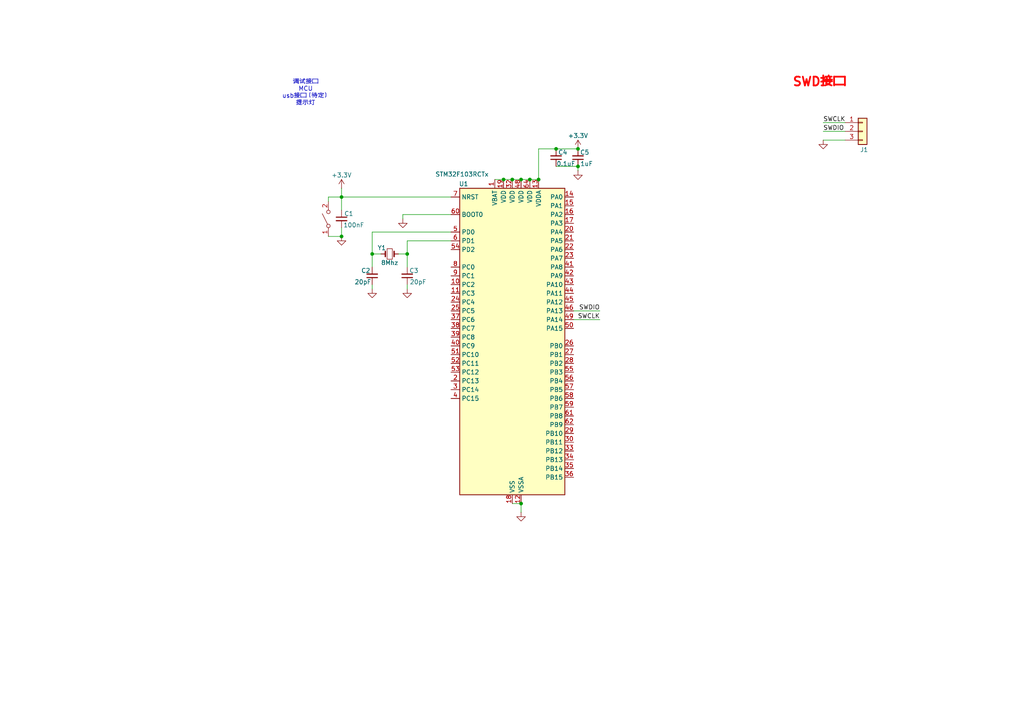
<source format=kicad_sch>
(kicad_sch
	(version 20231120)
	(generator "eeschema")
	(generator_version "8.0")
	(uuid "82097acf-e05e-4b5d-b5c3-aa1e4a7611fe")
	(paper "A4")
	(lib_symbols
		(symbol "Connector_Generic:Conn_01x03"
			(pin_names
				(offset 1.016) hide)
			(exclude_from_sim no)
			(in_bom yes)
			(on_board yes)
			(property "Reference" "J"
				(at 0 5.08 0)
				(effects
					(font
						(size 1.27 1.27)
					)
				)
			)
			(property "Value" "Conn_01x03"
				(at 0 -5.08 0)
				(effects
					(font
						(size 1.27 1.27)
					)
				)
			)
			(property "Footprint" ""
				(at 0 0 0)
				(effects
					(font
						(size 1.27 1.27)
					)
					(hide yes)
				)
			)
			(property "Datasheet" "~"
				(at 0 0 0)
				(effects
					(font
						(size 1.27 1.27)
					)
					(hide yes)
				)
			)
			(property "Description" "Generic connector, single row, 01x03, script generated (kicad-library-utils/schlib/autogen/connector/)"
				(at 0 0 0)
				(effects
					(font
						(size 1.27 1.27)
					)
					(hide yes)
				)
			)
			(property "ki_keywords" "connector"
				(at 0 0 0)
				(effects
					(font
						(size 1.27 1.27)
					)
					(hide yes)
				)
			)
			(property "ki_fp_filters" "Connector*:*_1x??_*"
				(at 0 0 0)
				(effects
					(font
						(size 1.27 1.27)
					)
					(hide yes)
				)
			)
			(symbol "Conn_01x03_1_1"
				(rectangle
					(start -1.27 -2.413)
					(end 0 -2.667)
					(stroke
						(width 0.1524)
						(type default)
					)
					(fill
						(type none)
					)
				)
				(rectangle
					(start -1.27 0.127)
					(end 0 -0.127)
					(stroke
						(width 0.1524)
						(type default)
					)
					(fill
						(type none)
					)
				)
				(rectangle
					(start -1.27 2.667)
					(end 0 2.413)
					(stroke
						(width 0.1524)
						(type default)
					)
					(fill
						(type none)
					)
				)
				(rectangle
					(start -1.27 3.81)
					(end 1.27 -3.81)
					(stroke
						(width 0.254)
						(type default)
					)
					(fill
						(type background)
					)
				)
				(pin passive line
					(at -5.08 2.54 0)
					(length 3.81)
					(name "Pin_1"
						(effects
							(font
								(size 1.27 1.27)
							)
						)
					)
					(number "1"
						(effects
							(font
								(size 1.27 1.27)
							)
						)
					)
				)
				(pin passive line
					(at -5.08 0 0)
					(length 3.81)
					(name "Pin_2"
						(effects
							(font
								(size 1.27 1.27)
							)
						)
					)
					(number "2"
						(effects
							(font
								(size 1.27 1.27)
							)
						)
					)
				)
				(pin passive line
					(at -5.08 -2.54 0)
					(length 3.81)
					(name "Pin_3"
						(effects
							(font
								(size 1.27 1.27)
							)
						)
					)
					(number "3"
						(effects
							(font
								(size 1.27 1.27)
							)
						)
					)
				)
			)
		)
		(symbol "Device:C_Small"
			(pin_numbers hide)
			(pin_names
				(offset 0.254) hide)
			(exclude_from_sim no)
			(in_bom yes)
			(on_board yes)
			(property "Reference" "C"
				(at 0.254 1.778 0)
				(effects
					(font
						(size 1.27 1.27)
					)
					(justify left)
				)
			)
			(property "Value" "C_Small"
				(at 0.254 -2.032 0)
				(effects
					(font
						(size 1.27 1.27)
					)
					(justify left)
				)
			)
			(property "Footprint" ""
				(at 0 0 0)
				(effects
					(font
						(size 1.27 1.27)
					)
					(hide yes)
				)
			)
			(property "Datasheet" "~"
				(at 0 0 0)
				(effects
					(font
						(size 1.27 1.27)
					)
					(hide yes)
				)
			)
			(property "Description" "Unpolarized capacitor, small symbol"
				(at 0 0 0)
				(effects
					(font
						(size 1.27 1.27)
					)
					(hide yes)
				)
			)
			(property "ki_keywords" "capacitor cap"
				(at 0 0 0)
				(effects
					(font
						(size 1.27 1.27)
					)
					(hide yes)
				)
			)
			(property "ki_fp_filters" "C_*"
				(at 0 0 0)
				(effects
					(font
						(size 1.27 1.27)
					)
					(hide yes)
				)
			)
			(symbol "C_Small_0_1"
				(polyline
					(pts
						(xy -1.524 -0.508) (xy 1.524 -0.508)
					)
					(stroke
						(width 0.3302)
						(type default)
					)
					(fill
						(type none)
					)
				)
				(polyline
					(pts
						(xy -1.524 0.508) (xy 1.524 0.508)
					)
					(stroke
						(width 0.3048)
						(type default)
					)
					(fill
						(type none)
					)
				)
			)
			(symbol "C_Small_1_1"
				(pin passive line
					(at 0 2.54 270)
					(length 2.032)
					(name "~"
						(effects
							(font
								(size 1.27 1.27)
							)
						)
					)
					(number "1"
						(effects
							(font
								(size 1.27 1.27)
							)
						)
					)
				)
				(pin passive line
					(at 0 -2.54 90)
					(length 2.032)
					(name "~"
						(effects
							(font
								(size 1.27 1.27)
							)
						)
					)
					(number "2"
						(effects
							(font
								(size 1.27 1.27)
							)
						)
					)
				)
			)
		)
		(symbol "Device:Crystal_Small"
			(pin_numbers hide)
			(pin_names
				(offset 1.016) hide)
			(exclude_from_sim no)
			(in_bom yes)
			(on_board yes)
			(property "Reference" "Y"
				(at 0 2.54 0)
				(effects
					(font
						(size 1.27 1.27)
					)
				)
			)
			(property "Value" "Crystal_Small"
				(at 0 -2.54 0)
				(effects
					(font
						(size 1.27 1.27)
					)
				)
			)
			(property "Footprint" ""
				(at 0 0 0)
				(effects
					(font
						(size 1.27 1.27)
					)
					(hide yes)
				)
			)
			(property "Datasheet" "~"
				(at 0 0 0)
				(effects
					(font
						(size 1.27 1.27)
					)
					(hide yes)
				)
			)
			(property "Description" "Two pin crystal, small symbol"
				(at 0 0 0)
				(effects
					(font
						(size 1.27 1.27)
					)
					(hide yes)
				)
			)
			(property "ki_keywords" "quartz ceramic resonator oscillator"
				(at 0 0 0)
				(effects
					(font
						(size 1.27 1.27)
					)
					(hide yes)
				)
			)
			(property "ki_fp_filters" "Crystal*"
				(at 0 0 0)
				(effects
					(font
						(size 1.27 1.27)
					)
					(hide yes)
				)
			)
			(symbol "Crystal_Small_0_1"
				(rectangle
					(start -0.762 -1.524)
					(end 0.762 1.524)
					(stroke
						(width 0)
						(type default)
					)
					(fill
						(type none)
					)
				)
				(polyline
					(pts
						(xy -1.27 -0.762) (xy -1.27 0.762)
					)
					(stroke
						(width 0.381)
						(type default)
					)
					(fill
						(type none)
					)
				)
				(polyline
					(pts
						(xy 1.27 -0.762) (xy 1.27 0.762)
					)
					(stroke
						(width 0.381)
						(type default)
					)
					(fill
						(type none)
					)
				)
			)
			(symbol "Crystal_Small_1_1"
				(pin passive line
					(at -2.54 0 0)
					(length 1.27)
					(name "1"
						(effects
							(font
								(size 1.27 1.27)
							)
						)
					)
					(number "1"
						(effects
							(font
								(size 1.27 1.27)
							)
						)
					)
				)
				(pin passive line
					(at 2.54 0 180)
					(length 1.27)
					(name "2"
						(effects
							(font
								(size 1.27 1.27)
							)
						)
					)
					(number "2"
						(effects
							(font
								(size 1.27 1.27)
							)
						)
					)
				)
			)
		)
		(symbol "MCU_ST_STM32F1:STM32F103RCTx"
			(exclude_from_sim no)
			(in_bom yes)
			(on_board yes)
			(property "Reference" "U"
				(at -15.24 46.99 0)
				(effects
					(font
						(size 1.27 1.27)
					)
					(justify left)
				)
			)
			(property "Value" "STM32F103RCTx"
				(at 10.16 46.99 0)
				(effects
					(font
						(size 1.27 1.27)
					)
					(justify left)
				)
			)
			(property "Footprint" "Package_QFP:LQFP-64_10x10mm_P0.5mm"
				(at -15.24 -43.18 0)
				(effects
					(font
						(size 1.27 1.27)
					)
					(justify right)
					(hide yes)
				)
			)
			(property "Datasheet" "https://www.st.com/resource/en/datasheet/stm32f103rc.pdf"
				(at 0 0 0)
				(effects
					(font
						(size 1.27 1.27)
					)
					(hide yes)
				)
			)
			(property "Description" "STMicroelectronics Arm Cortex-M3 MCU, 256KB flash, 48KB RAM, 72 MHz, 2.0-3.6V, 51 GPIO, LQFP64"
				(at 0 0 0)
				(effects
					(font
						(size 1.27 1.27)
					)
					(hide yes)
				)
			)
			(property "ki_locked" ""
				(at 0 0 0)
				(effects
					(font
						(size 1.27 1.27)
					)
				)
			)
			(property "ki_keywords" "Arm Cortex-M3 STM32F1 STM32F103"
				(at 0 0 0)
				(effects
					(font
						(size 1.27 1.27)
					)
					(hide yes)
				)
			)
			(property "ki_fp_filters" "LQFP*10x10mm*P0.5mm*"
				(at 0 0 0)
				(effects
					(font
						(size 1.27 1.27)
					)
					(hide yes)
				)
			)
			(symbol "STM32F103RCTx_0_1"
				(rectangle
					(start -15.24 -43.18)
					(end 15.24 45.72)
					(stroke
						(width 0.254)
						(type default)
					)
					(fill
						(type background)
					)
				)
			)
			(symbol "STM32F103RCTx_1_1"
				(pin power_in line
					(at -5.08 48.26 270)
					(length 2.54)
					(name "VBAT"
						(effects
							(font
								(size 1.27 1.27)
							)
						)
					)
					(number "1"
						(effects
							(font
								(size 1.27 1.27)
							)
						)
					)
				)
				(pin bidirectional line
					(at -17.78 17.78 0)
					(length 2.54)
					(name "PC2"
						(effects
							(font
								(size 1.27 1.27)
							)
						)
					)
					(number "10"
						(effects
							(font
								(size 1.27 1.27)
							)
						)
					)
					(alternate "ADC1_IN12" bidirectional line)
					(alternate "ADC2_IN12" bidirectional line)
					(alternate "ADC3_IN12" bidirectional line)
				)
				(pin bidirectional line
					(at -17.78 15.24 0)
					(length 2.54)
					(name "PC3"
						(effects
							(font
								(size 1.27 1.27)
							)
						)
					)
					(number "11"
						(effects
							(font
								(size 1.27 1.27)
							)
						)
					)
					(alternate "ADC1_IN13" bidirectional line)
					(alternate "ADC2_IN13" bidirectional line)
					(alternate "ADC3_IN13" bidirectional line)
				)
				(pin power_in line
					(at 2.54 -45.72 90)
					(length 2.54)
					(name "VSSA"
						(effects
							(font
								(size 1.27 1.27)
							)
						)
					)
					(number "12"
						(effects
							(font
								(size 1.27 1.27)
							)
						)
					)
				)
				(pin power_in line
					(at 7.62 48.26 270)
					(length 2.54)
					(name "VDDA"
						(effects
							(font
								(size 1.27 1.27)
							)
						)
					)
					(number "13"
						(effects
							(font
								(size 1.27 1.27)
							)
						)
					)
				)
				(pin bidirectional line
					(at 17.78 43.18 180)
					(length 2.54)
					(name "PA0"
						(effects
							(font
								(size 1.27 1.27)
							)
						)
					)
					(number "14"
						(effects
							(font
								(size 1.27 1.27)
							)
						)
					)
					(alternate "ADC1_IN0" bidirectional line)
					(alternate "ADC2_IN0" bidirectional line)
					(alternate "ADC3_IN0" bidirectional line)
					(alternate "SYS_WKUP" bidirectional line)
					(alternate "TIM2_CH1" bidirectional line)
					(alternate "TIM2_ETR" bidirectional line)
					(alternate "TIM5_CH1" bidirectional line)
					(alternate "TIM8_ETR" bidirectional line)
					(alternate "USART2_CTS" bidirectional line)
				)
				(pin bidirectional line
					(at 17.78 40.64 180)
					(length 2.54)
					(name "PA1"
						(effects
							(font
								(size 1.27 1.27)
							)
						)
					)
					(number "15"
						(effects
							(font
								(size 1.27 1.27)
							)
						)
					)
					(alternate "ADC1_IN1" bidirectional line)
					(alternate "ADC2_IN1" bidirectional line)
					(alternate "ADC3_IN1" bidirectional line)
					(alternate "TIM2_CH2" bidirectional line)
					(alternate "TIM5_CH2" bidirectional line)
					(alternate "USART2_RTS" bidirectional line)
				)
				(pin bidirectional line
					(at 17.78 38.1 180)
					(length 2.54)
					(name "PA2"
						(effects
							(font
								(size 1.27 1.27)
							)
						)
					)
					(number "16"
						(effects
							(font
								(size 1.27 1.27)
							)
						)
					)
					(alternate "ADC1_IN2" bidirectional line)
					(alternate "ADC2_IN2" bidirectional line)
					(alternate "ADC3_IN2" bidirectional line)
					(alternate "TIM2_CH3" bidirectional line)
					(alternate "TIM5_CH3" bidirectional line)
					(alternate "USART2_TX" bidirectional line)
				)
				(pin bidirectional line
					(at 17.78 35.56 180)
					(length 2.54)
					(name "PA3"
						(effects
							(font
								(size 1.27 1.27)
							)
						)
					)
					(number "17"
						(effects
							(font
								(size 1.27 1.27)
							)
						)
					)
					(alternate "ADC1_IN3" bidirectional line)
					(alternate "ADC2_IN3" bidirectional line)
					(alternate "ADC3_IN3" bidirectional line)
					(alternate "TIM2_CH4" bidirectional line)
					(alternate "TIM5_CH4" bidirectional line)
					(alternate "USART2_RX" bidirectional line)
				)
				(pin power_in line
					(at 0 -45.72 90)
					(length 2.54)
					(name "VSS"
						(effects
							(font
								(size 1.27 1.27)
							)
						)
					)
					(number "18"
						(effects
							(font
								(size 1.27 1.27)
							)
						)
					)
				)
				(pin power_in line
					(at -2.54 48.26 270)
					(length 2.54)
					(name "VDD"
						(effects
							(font
								(size 1.27 1.27)
							)
						)
					)
					(number "19"
						(effects
							(font
								(size 1.27 1.27)
							)
						)
					)
				)
				(pin bidirectional line
					(at -17.78 -10.16 0)
					(length 2.54)
					(name "PC13"
						(effects
							(font
								(size 1.27 1.27)
							)
						)
					)
					(number "2"
						(effects
							(font
								(size 1.27 1.27)
							)
						)
					)
					(alternate "RTC_OUT" bidirectional line)
					(alternate "RTC_TAMPER" bidirectional line)
				)
				(pin bidirectional line
					(at 17.78 33.02 180)
					(length 2.54)
					(name "PA4"
						(effects
							(font
								(size 1.27 1.27)
							)
						)
					)
					(number "20"
						(effects
							(font
								(size 1.27 1.27)
							)
						)
					)
					(alternate "ADC1_IN4" bidirectional line)
					(alternate "ADC2_IN4" bidirectional line)
					(alternate "DAC_OUT1" bidirectional line)
					(alternate "SPI1_NSS" bidirectional line)
					(alternate "USART2_CK" bidirectional line)
				)
				(pin bidirectional line
					(at 17.78 30.48 180)
					(length 2.54)
					(name "PA5"
						(effects
							(font
								(size 1.27 1.27)
							)
						)
					)
					(number "21"
						(effects
							(font
								(size 1.27 1.27)
							)
						)
					)
					(alternate "ADC1_IN5" bidirectional line)
					(alternate "ADC2_IN5" bidirectional line)
					(alternate "DAC_OUT2" bidirectional line)
					(alternate "SPI1_SCK" bidirectional line)
				)
				(pin bidirectional line
					(at 17.78 27.94 180)
					(length 2.54)
					(name "PA6"
						(effects
							(font
								(size 1.27 1.27)
							)
						)
					)
					(number "22"
						(effects
							(font
								(size 1.27 1.27)
							)
						)
					)
					(alternate "ADC1_IN6" bidirectional line)
					(alternate "ADC2_IN6" bidirectional line)
					(alternate "SPI1_MISO" bidirectional line)
					(alternate "TIM1_BKIN" bidirectional line)
					(alternate "TIM3_CH1" bidirectional line)
					(alternate "TIM8_BKIN" bidirectional line)
				)
				(pin bidirectional line
					(at 17.78 25.4 180)
					(length 2.54)
					(name "PA7"
						(effects
							(font
								(size 1.27 1.27)
							)
						)
					)
					(number "23"
						(effects
							(font
								(size 1.27 1.27)
							)
						)
					)
					(alternate "ADC1_IN7" bidirectional line)
					(alternate "ADC2_IN7" bidirectional line)
					(alternate "SPI1_MOSI" bidirectional line)
					(alternate "TIM1_CH1N" bidirectional line)
					(alternate "TIM3_CH2" bidirectional line)
					(alternate "TIM8_CH1N" bidirectional line)
				)
				(pin bidirectional line
					(at -17.78 12.7 0)
					(length 2.54)
					(name "PC4"
						(effects
							(font
								(size 1.27 1.27)
							)
						)
					)
					(number "24"
						(effects
							(font
								(size 1.27 1.27)
							)
						)
					)
					(alternate "ADC1_IN14" bidirectional line)
					(alternate "ADC2_IN14" bidirectional line)
				)
				(pin bidirectional line
					(at -17.78 10.16 0)
					(length 2.54)
					(name "PC5"
						(effects
							(font
								(size 1.27 1.27)
							)
						)
					)
					(number "25"
						(effects
							(font
								(size 1.27 1.27)
							)
						)
					)
					(alternate "ADC1_IN15" bidirectional line)
					(alternate "ADC2_IN15" bidirectional line)
				)
				(pin bidirectional line
					(at 17.78 0 180)
					(length 2.54)
					(name "PB0"
						(effects
							(font
								(size 1.27 1.27)
							)
						)
					)
					(number "26"
						(effects
							(font
								(size 1.27 1.27)
							)
						)
					)
					(alternate "ADC1_IN8" bidirectional line)
					(alternate "ADC2_IN8" bidirectional line)
					(alternate "TIM1_CH2N" bidirectional line)
					(alternate "TIM3_CH3" bidirectional line)
					(alternate "TIM8_CH2N" bidirectional line)
				)
				(pin bidirectional line
					(at 17.78 -2.54 180)
					(length 2.54)
					(name "PB1"
						(effects
							(font
								(size 1.27 1.27)
							)
						)
					)
					(number "27"
						(effects
							(font
								(size 1.27 1.27)
							)
						)
					)
					(alternate "ADC1_IN9" bidirectional line)
					(alternate "ADC2_IN9" bidirectional line)
					(alternate "TIM1_CH3N" bidirectional line)
					(alternate "TIM3_CH4" bidirectional line)
					(alternate "TIM8_CH3N" bidirectional line)
				)
				(pin bidirectional line
					(at 17.78 -5.08 180)
					(length 2.54)
					(name "PB2"
						(effects
							(font
								(size 1.27 1.27)
							)
						)
					)
					(number "28"
						(effects
							(font
								(size 1.27 1.27)
							)
						)
					)
				)
				(pin bidirectional line
					(at 17.78 -25.4 180)
					(length 2.54)
					(name "PB10"
						(effects
							(font
								(size 1.27 1.27)
							)
						)
					)
					(number "29"
						(effects
							(font
								(size 1.27 1.27)
							)
						)
					)
					(alternate "I2C2_SCL" bidirectional line)
					(alternate "TIM2_CH3" bidirectional line)
					(alternate "USART3_TX" bidirectional line)
				)
				(pin bidirectional line
					(at -17.78 -12.7 0)
					(length 2.54)
					(name "PC14"
						(effects
							(font
								(size 1.27 1.27)
							)
						)
					)
					(number "3"
						(effects
							(font
								(size 1.27 1.27)
							)
						)
					)
					(alternate "RCC_OSC32_IN" bidirectional line)
				)
				(pin bidirectional line
					(at 17.78 -27.94 180)
					(length 2.54)
					(name "PB11"
						(effects
							(font
								(size 1.27 1.27)
							)
						)
					)
					(number "30"
						(effects
							(font
								(size 1.27 1.27)
							)
						)
					)
					(alternate "ADC1_EXTI11" bidirectional line)
					(alternate "ADC2_EXTI11" bidirectional line)
					(alternate "I2C2_SDA" bidirectional line)
					(alternate "TIM2_CH4" bidirectional line)
					(alternate "USART3_RX" bidirectional line)
				)
				(pin passive line
					(at 0 -45.72 90)
					(length 2.54) hide
					(name "VSS"
						(effects
							(font
								(size 1.27 1.27)
							)
						)
					)
					(number "31"
						(effects
							(font
								(size 1.27 1.27)
							)
						)
					)
				)
				(pin power_in line
					(at 0 48.26 270)
					(length 2.54)
					(name "VDD"
						(effects
							(font
								(size 1.27 1.27)
							)
						)
					)
					(number "32"
						(effects
							(font
								(size 1.27 1.27)
							)
						)
					)
				)
				(pin bidirectional line
					(at 17.78 -30.48 180)
					(length 2.54)
					(name "PB12"
						(effects
							(font
								(size 1.27 1.27)
							)
						)
					)
					(number "33"
						(effects
							(font
								(size 1.27 1.27)
							)
						)
					)
					(alternate "I2C2_SMBA" bidirectional line)
					(alternate "I2S2_WS" bidirectional line)
					(alternate "SPI2_NSS" bidirectional line)
					(alternate "TIM1_BKIN" bidirectional line)
					(alternate "USART3_CK" bidirectional line)
				)
				(pin bidirectional line
					(at 17.78 -33.02 180)
					(length 2.54)
					(name "PB13"
						(effects
							(font
								(size 1.27 1.27)
							)
						)
					)
					(number "34"
						(effects
							(font
								(size 1.27 1.27)
							)
						)
					)
					(alternate "I2S2_CK" bidirectional line)
					(alternate "SPI2_SCK" bidirectional line)
					(alternate "TIM1_CH1N" bidirectional line)
					(alternate "USART3_CTS" bidirectional line)
				)
				(pin bidirectional line
					(at 17.78 -35.56 180)
					(length 2.54)
					(name "PB14"
						(effects
							(font
								(size 1.27 1.27)
							)
						)
					)
					(number "35"
						(effects
							(font
								(size 1.27 1.27)
							)
						)
					)
					(alternate "SPI2_MISO" bidirectional line)
					(alternate "TIM1_CH2N" bidirectional line)
					(alternate "USART3_RTS" bidirectional line)
				)
				(pin bidirectional line
					(at 17.78 -38.1 180)
					(length 2.54)
					(name "PB15"
						(effects
							(font
								(size 1.27 1.27)
							)
						)
					)
					(number "36"
						(effects
							(font
								(size 1.27 1.27)
							)
						)
					)
					(alternate "ADC1_EXTI15" bidirectional line)
					(alternate "ADC2_EXTI15" bidirectional line)
					(alternate "I2S2_SD" bidirectional line)
					(alternate "SPI2_MOSI" bidirectional line)
					(alternate "TIM1_CH3N" bidirectional line)
				)
				(pin bidirectional line
					(at -17.78 7.62 0)
					(length 2.54)
					(name "PC6"
						(effects
							(font
								(size 1.27 1.27)
							)
						)
					)
					(number "37"
						(effects
							(font
								(size 1.27 1.27)
							)
						)
					)
					(alternate "I2S2_MCK" bidirectional line)
					(alternate "SDIO_D6" bidirectional line)
					(alternate "TIM3_CH1" bidirectional line)
					(alternate "TIM8_CH1" bidirectional line)
				)
				(pin bidirectional line
					(at -17.78 5.08 0)
					(length 2.54)
					(name "PC7"
						(effects
							(font
								(size 1.27 1.27)
							)
						)
					)
					(number "38"
						(effects
							(font
								(size 1.27 1.27)
							)
						)
					)
					(alternate "I2S3_MCK" bidirectional line)
					(alternate "SDIO_D7" bidirectional line)
					(alternate "TIM3_CH2" bidirectional line)
					(alternate "TIM8_CH2" bidirectional line)
				)
				(pin bidirectional line
					(at -17.78 2.54 0)
					(length 2.54)
					(name "PC8"
						(effects
							(font
								(size 1.27 1.27)
							)
						)
					)
					(number "39"
						(effects
							(font
								(size 1.27 1.27)
							)
						)
					)
					(alternate "SDIO_D0" bidirectional line)
					(alternate "TIM3_CH3" bidirectional line)
					(alternate "TIM8_CH3" bidirectional line)
				)
				(pin bidirectional line
					(at -17.78 -15.24 0)
					(length 2.54)
					(name "PC15"
						(effects
							(font
								(size 1.27 1.27)
							)
						)
					)
					(number "4"
						(effects
							(font
								(size 1.27 1.27)
							)
						)
					)
					(alternate "ADC1_EXTI15" bidirectional line)
					(alternate "ADC2_EXTI15" bidirectional line)
					(alternate "RCC_OSC32_OUT" bidirectional line)
				)
				(pin bidirectional line
					(at -17.78 0 0)
					(length 2.54)
					(name "PC9"
						(effects
							(font
								(size 1.27 1.27)
							)
						)
					)
					(number "40"
						(effects
							(font
								(size 1.27 1.27)
							)
						)
					)
					(alternate "DAC_EXTI9" bidirectional line)
					(alternate "SDIO_D1" bidirectional line)
					(alternate "TIM3_CH4" bidirectional line)
					(alternate "TIM8_CH4" bidirectional line)
				)
				(pin bidirectional line
					(at 17.78 22.86 180)
					(length 2.54)
					(name "PA8"
						(effects
							(font
								(size 1.27 1.27)
							)
						)
					)
					(number "41"
						(effects
							(font
								(size 1.27 1.27)
							)
						)
					)
					(alternate "RCC_MCO" bidirectional line)
					(alternate "TIM1_CH1" bidirectional line)
					(alternate "USART1_CK" bidirectional line)
				)
				(pin bidirectional line
					(at 17.78 20.32 180)
					(length 2.54)
					(name "PA9"
						(effects
							(font
								(size 1.27 1.27)
							)
						)
					)
					(number "42"
						(effects
							(font
								(size 1.27 1.27)
							)
						)
					)
					(alternate "DAC_EXTI9" bidirectional line)
					(alternate "TIM1_CH2" bidirectional line)
					(alternate "USART1_TX" bidirectional line)
				)
				(pin bidirectional line
					(at 17.78 17.78 180)
					(length 2.54)
					(name "PA10"
						(effects
							(font
								(size 1.27 1.27)
							)
						)
					)
					(number "43"
						(effects
							(font
								(size 1.27 1.27)
							)
						)
					)
					(alternate "TIM1_CH3" bidirectional line)
					(alternate "USART1_RX" bidirectional line)
				)
				(pin bidirectional line
					(at 17.78 15.24 180)
					(length 2.54)
					(name "PA11"
						(effects
							(font
								(size 1.27 1.27)
							)
						)
					)
					(number "44"
						(effects
							(font
								(size 1.27 1.27)
							)
						)
					)
					(alternate "ADC1_EXTI11" bidirectional line)
					(alternate "ADC2_EXTI11" bidirectional line)
					(alternate "CAN_RX" bidirectional line)
					(alternate "TIM1_CH4" bidirectional line)
					(alternate "USART1_CTS" bidirectional line)
					(alternate "USB_DM" bidirectional line)
				)
				(pin bidirectional line
					(at 17.78 12.7 180)
					(length 2.54)
					(name "PA12"
						(effects
							(font
								(size 1.27 1.27)
							)
						)
					)
					(number "45"
						(effects
							(font
								(size 1.27 1.27)
							)
						)
					)
					(alternate "CAN_TX" bidirectional line)
					(alternate "TIM1_ETR" bidirectional line)
					(alternate "USART1_RTS" bidirectional line)
					(alternate "USB_DP" bidirectional line)
				)
				(pin bidirectional line
					(at 17.78 10.16 180)
					(length 2.54)
					(name "PA13"
						(effects
							(font
								(size 1.27 1.27)
							)
						)
					)
					(number "46"
						(effects
							(font
								(size 1.27 1.27)
							)
						)
					)
					(alternate "SYS_JTMS-SWDIO" bidirectional line)
				)
				(pin passive line
					(at 0 -45.72 90)
					(length 2.54) hide
					(name "VSS"
						(effects
							(font
								(size 1.27 1.27)
							)
						)
					)
					(number "47"
						(effects
							(font
								(size 1.27 1.27)
							)
						)
					)
				)
				(pin power_in line
					(at 2.54 48.26 270)
					(length 2.54)
					(name "VDD"
						(effects
							(font
								(size 1.27 1.27)
							)
						)
					)
					(number "48"
						(effects
							(font
								(size 1.27 1.27)
							)
						)
					)
				)
				(pin bidirectional line
					(at 17.78 7.62 180)
					(length 2.54)
					(name "PA14"
						(effects
							(font
								(size 1.27 1.27)
							)
						)
					)
					(number "49"
						(effects
							(font
								(size 1.27 1.27)
							)
						)
					)
					(alternate "SYS_JTCK-SWCLK" bidirectional line)
				)
				(pin bidirectional line
					(at -17.78 33.02 0)
					(length 2.54)
					(name "PD0"
						(effects
							(font
								(size 1.27 1.27)
							)
						)
					)
					(number "5"
						(effects
							(font
								(size 1.27 1.27)
							)
						)
					)
					(alternate "RCC_OSC_IN" bidirectional line)
				)
				(pin bidirectional line
					(at 17.78 5.08 180)
					(length 2.54)
					(name "PA15"
						(effects
							(font
								(size 1.27 1.27)
							)
						)
					)
					(number "50"
						(effects
							(font
								(size 1.27 1.27)
							)
						)
					)
					(alternate "ADC1_EXTI15" bidirectional line)
					(alternate "ADC2_EXTI15" bidirectional line)
					(alternate "I2S3_WS" bidirectional line)
					(alternate "SPI1_NSS" bidirectional line)
					(alternate "SPI3_NSS" bidirectional line)
					(alternate "SYS_JTDI" bidirectional line)
					(alternate "TIM2_CH1" bidirectional line)
					(alternate "TIM2_ETR" bidirectional line)
				)
				(pin bidirectional line
					(at -17.78 -2.54 0)
					(length 2.54)
					(name "PC10"
						(effects
							(font
								(size 1.27 1.27)
							)
						)
					)
					(number "51"
						(effects
							(font
								(size 1.27 1.27)
							)
						)
					)
					(alternate "SDIO_D2" bidirectional line)
					(alternate "UART4_TX" bidirectional line)
					(alternate "USART3_TX" bidirectional line)
				)
				(pin bidirectional line
					(at -17.78 -5.08 0)
					(length 2.54)
					(name "PC11"
						(effects
							(font
								(size 1.27 1.27)
							)
						)
					)
					(number "52"
						(effects
							(font
								(size 1.27 1.27)
							)
						)
					)
					(alternate "ADC1_EXTI11" bidirectional line)
					(alternate "ADC2_EXTI11" bidirectional line)
					(alternate "SDIO_D3" bidirectional line)
					(alternate "UART4_RX" bidirectional line)
					(alternate "USART3_RX" bidirectional line)
				)
				(pin bidirectional line
					(at -17.78 -7.62 0)
					(length 2.54)
					(name "PC12"
						(effects
							(font
								(size 1.27 1.27)
							)
						)
					)
					(number "53"
						(effects
							(font
								(size 1.27 1.27)
							)
						)
					)
					(alternate "SDIO_CK" bidirectional line)
					(alternate "UART5_TX" bidirectional line)
					(alternate "USART3_CK" bidirectional line)
				)
				(pin bidirectional line
					(at -17.78 27.94 0)
					(length 2.54)
					(name "PD2"
						(effects
							(font
								(size 1.27 1.27)
							)
						)
					)
					(number "54"
						(effects
							(font
								(size 1.27 1.27)
							)
						)
					)
					(alternate "SDIO_CMD" bidirectional line)
					(alternate "TIM3_ETR" bidirectional line)
					(alternate "UART5_RX" bidirectional line)
				)
				(pin bidirectional line
					(at 17.78 -7.62 180)
					(length 2.54)
					(name "PB3"
						(effects
							(font
								(size 1.27 1.27)
							)
						)
					)
					(number "55"
						(effects
							(font
								(size 1.27 1.27)
							)
						)
					)
					(alternate "I2S3_CK" bidirectional line)
					(alternate "SPI1_SCK" bidirectional line)
					(alternate "SPI3_SCK" bidirectional line)
					(alternate "SYS_JTDO-TRACESWO" bidirectional line)
					(alternate "TIM2_CH2" bidirectional line)
				)
				(pin bidirectional line
					(at 17.78 -10.16 180)
					(length 2.54)
					(name "PB4"
						(effects
							(font
								(size 1.27 1.27)
							)
						)
					)
					(number "56"
						(effects
							(font
								(size 1.27 1.27)
							)
						)
					)
					(alternate "SPI1_MISO" bidirectional line)
					(alternate "SPI3_MISO" bidirectional line)
					(alternate "SYS_NJTRST" bidirectional line)
					(alternate "TIM3_CH1" bidirectional line)
				)
				(pin bidirectional line
					(at 17.78 -12.7 180)
					(length 2.54)
					(name "PB5"
						(effects
							(font
								(size 1.27 1.27)
							)
						)
					)
					(number "57"
						(effects
							(font
								(size 1.27 1.27)
							)
						)
					)
					(alternate "I2C1_SMBA" bidirectional line)
					(alternate "I2S3_SD" bidirectional line)
					(alternate "SPI1_MOSI" bidirectional line)
					(alternate "SPI3_MOSI" bidirectional line)
					(alternate "TIM3_CH2" bidirectional line)
				)
				(pin bidirectional line
					(at 17.78 -15.24 180)
					(length 2.54)
					(name "PB6"
						(effects
							(font
								(size 1.27 1.27)
							)
						)
					)
					(number "58"
						(effects
							(font
								(size 1.27 1.27)
							)
						)
					)
					(alternate "I2C1_SCL" bidirectional line)
					(alternate "TIM4_CH1" bidirectional line)
					(alternate "USART1_TX" bidirectional line)
				)
				(pin bidirectional line
					(at 17.78 -17.78 180)
					(length 2.54)
					(name "PB7"
						(effects
							(font
								(size 1.27 1.27)
							)
						)
					)
					(number "59"
						(effects
							(font
								(size 1.27 1.27)
							)
						)
					)
					(alternate "I2C1_SDA" bidirectional line)
					(alternate "TIM4_CH2" bidirectional line)
					(alternate "USART1_RX" bidirectional line)
				)
				(pin bidirectional line
					(at -17.78 30.48 0)
					(length 2.54)
					(name "PD1"
						(effects
							(font
								(size 1.27 1.27)
							)
						)
					)
					(number "6"
						(effects
							(font
								(size 1.27 1.27)
							)
						)
					)
					(alternate "RCC_OSC_OUT" bidirectional line)
				)
				(pin input line
					(at -17.78 38.1 0)
					(length 2.54)
					(name "BOOT0"
						(effects
							(font
								(size 1.27 1.27)
							)
						)
					)
					(number "60"
						(effects
							(font
								(size 1.27 1.27)
							)
						)
					)
				)
				(pin bidirectional line
					(at 17.78 -20.32 180)
					(length 2.54)
					(name "PB8"
						(effects
							(font
								(size 1.27 1.27)
							)
						)
					)
					(number "61"
						(effects
							(font
								(size 1.27 1.27)
							)
						)
					)
					(alternate "CAN_RX" bidirectional line)
					(alternate "I2C1_SCL" bidirectional line)
					(alternate "SDIO_D4" bidirectional line)
					(alternate "TIM4_CH3" bidirectional line)
				)
				(pin bidirectional line
					(at 17.78 -22.86 180)
					(length 2.54)
					(name "PB9"
						(effects
							(font
								(size 1.27 1.27)
							)
						)
					)
					(number "62"
						(effects
							(font
								(size 1.27 1.27)
							)
						)
					)
					(alternate "CAN_TX" bidirectional line)
					(alternate "DAC_EXTI9" bidirectional line)
					(alternate "I2C1_SDA" bidirectional line)
					(alternate "SDIO_D5" bidirectional line)
					(alternate "TIM4_CH4" bidirectional line)
				)
				(pin passive line
					(at 0 -45.72 90)
					(length 2.54) hide
					(name "VSS"
						(effects
							(font
								(size 1.27 1.27)
							)
						)
					)
					(number "63"
						(effects
							(font
								(size 1.27 1.27)
							)
						)
					)
				)
				(pin power_in line
					(at 5.08 48.26 270)
					(length 2.54)
					(name "VDD"
						(effects
							(font
								(size 1.27 1.27)
							)
						)
					)
					(number "64"
						(effects
							(font
								(size 1.27 1.27)
							)
						)
					)
				)
				(pin input line
					(at -17.78 43.18 0)
					(length 2.54)
					(name "NRST"
						(effects
							(font
								(size 1.27 1.27)
							)
						)
					)
					(number "7"
						(effects
							(font
								(size 1.27 1.27)
							)
						)
					)
				)
				(pin bidirectional line
					(at -17.78 22.86 0)
					(length 2.54)
					(name "PC0"
						(effects
							(font
								(size 1.27 1.27)
							)
						)
					)
					(number "8"
						(effects
							(font
								(size 1.27 1.27)
							)
						)
					)
					(alternate "ADC1_IN10" bidirectional line)
					(alternate "ADC2_IN10" bidirectional line)
					(alternate "ADC3_IN10" bidirectional line)
				)
				(pin bidirectional line
					(at -17.78 20.32 0)
					(length 2.54)
					(name "PC1"
						(effects
							(font
								(size 1.27 1.27)
							)
						)
					)
					(number "9"
						(effects
							(font
								(size 1.27 1.27)
							)
						)
					)
					(alternate "ADC1_IN11" bidirectional line)
					(alternate "ADC2_IN11" bidirectional line)
					(alternate "ADC3_IN11" bidirectional line)
				)
			)
		)
		(symbol "Switch:SW_DPST_x2"
			(pin_names
				(offset 0) hide)
			(exclude_from_sim no)
			(in_bom yes)
			(on_board yes)
			(property "Reference" "SW"
				(at 0 3.175 0)
				(effects
					(font
						(size 1.27 1.27)
					)
				)
			)
			(property "Value" "SW_DPST_x2"
				(at 0 -2.54 0)
				(effects
					(font
						(size 1.27 1.27)
					)
				)
			)
			(property "Footprint" ""
				(at 0 0 0)
				(effects
					(font
						(size 1.27 1.27)
					)
					(hide yes)
				)
			)
			(property "Datasheet" "~"
				(at 0 0 0)
				(effects
					(font
						(size 1.27 1.27)
					)
					(hide yes)
				)
			)
			(property "Description" "Single Pole Single Throw (SPST) switch, separate symbol"
				(at 0 0 0)
				(effects
					(font
						(size 1.27 1.27)
					)
					(hide yes)
				)
			)
			(property "ki_keywords" "switch lever"
				(at 0 0 0)
				(effects
					(font
						(size 1.27 1.27)
					)
					(hide yes)
				)
			)
			(symbol "SW_DPST_x2_0_0"
				(circle
					(center -2.032 0)
					(radius 0.508)
					(stroke
						(width 0)
						(type default)
					)
					(fill
						(type none)
					)
				)
				(polyline
					(pts
						(xy -1.524 0.254) (xy 1.524 1.778)
					)
					(stroke
						(width 0)
						(type default)
					)
					(fill
						(type none)
					)
				)
				(circle
					(center 2.032 0)
					(radius 0.508)
					(stroke
						(width 0)
						(type default)
					)
					(fill
						(type none)
					)
				)
			)
			(symbol "SW_DPST_x2_1_1"
				(pin passive line
					(at -5.08 0 0)
					(length 2.54)
					(name "A"
						(effects
							(font
								(size 1.27 1.27)
							)
						)
					)
					(number "1"
						(effects
							(font
								(size 1.27 1.27)
							)
						)
					)
				)
				(pin passive line
					(at 5.08 0 180)
					(length 2.54)
					(name "B"
						(effects
							(font
								(size 1.27 1.27)
							)
						)
					)
					(number "2"
						(effects
							(font
								(size 1.27 1.27)
							)
						)
					)
				)
			)
			(symbol "SW_DPST_x2_2_1"
				(pin passive line
					(at -5.08 0 0)
					(length 2.54)
					(name "A"
						(effects
							(font
								(size 1.27 1.27)
							)
						)
					)
					(number "3"
						(effects
							(font
								(size 1.27 1.27)
							)
						)
					)
				)
				(pin passive line
					(at 5.08 0 180)
					(length 2.54)
					(name "B"
						(effects
							(font
								(size 1.27 1.27)
							)
						)
					)
					(number "4"
						(effects
							(font
								(size 1.27 1.27)
							)
						)
					)
				)
			)
		)
		(symbol "power:+3.3V"
			(power)
			(pin_numbers hide)
			(pin_names
				(offset 0) hide)
			(exclude_from_sim no)
			(in_bom yes)
			(on_board yes)
			(property "Reference" "#PWR"
				(at 0 -3.81 0)
				(effects
					(font
						(size 1.27 1.27)
					)
					(hide yes)
				)
			)
			(property "Value" "+3.3V"
				(at 0 3.556 0)
				(effects
					(font
						(size 1.27 1.27)
					)
				)
			)
			(property "Footprint" ""
				(at 0 0 0)
				(effects
					(font
						(size 1.27 1.27)
					)
					(hide yes)
				)
			)
			(property "Datasheet" ""
				(at 0 0 0)
				(effects
					(font
						(size 1.27 1.27)
					)
					(hide yes)
				)
			)
			(property "Description" "Power symbol creates a global label with name \"+3.3V\""
				(at 0 0 0)
				(effects
					(font
						(size 1.27 1.27)
					)
					(hide yes)
				)
			)
			(property "ki_keywords" "global power"
				(at 0 0 0)
				(effects
					(font
						(size 1.27 1.27)
					)
					(hide yes)
				)
			)
			(symbol "+3.3V_0_1"
				(polyline
					(pts
						(xy -0.762 1.27) (xy 0 2.54)
					)
					(stroke
						(width 0)
						(type default)
					)
					(fill
						(type none)
					)
				)
				(polyline
					(pts
						(xy 0 0) (xy 0 2.54)
					)
					(stroke
						(width 0)
						(type default)
					)
					(fill
						(type none)
					)
				)
				(polyline
					(pts
						(xy 0 2.54) (xy 0.762 1.27)
					)
					(stroke
						(width 0)
						(type default)
					)
					(fill
						(type none)
					)
				)
			)
			(symbol "+3.3V_1_1"
				(pin power_in line
					(at 0 0 90)
					(length 0)
					(name "~"
						(effects
							(font
								(size 1.27 1.27)
							)
						)
					)
					(number "1"
						(effects
							(font
								(size 1.27 1.27)
							)
						)
					)
				)
			)
		)
		(symbol "power:GND"
			(power)
			(pin_numbers hide)
			(pin_names
				(offset 0) hide)
			(exclude_from_sim no)
			(in_bom yes)
			(on_board yes)
			(property "Reference" "#PWR"
				(at 0 -6.35 0)
				(effects
					(font
						(size 1.27 1.27)
					)
					(hide yes)
				)
			)
			(property "Value" "GND"
				(at 0 -3.81 0)
				(effects
					(font
						(size 1.27 1.27)
					)
				)
			)
			(property "Footprint" ""
				(at 0 0 0)
				(effects
					(font
						(size 1.27 1.27)
					)
					(hide yes)
				)
			)
			(property "Datasheet" ""
				(at 0 0 0)
				(effects
					(font
						(size 1.27 1.27)
					)
					(hide yes)
				)
			)
			(property "Description" "Power symbol creates a global label with name \"GND\" , ground"
				(at 0 0 0)
				(effects
					(font
						(size 1.27 1.27)
					)
					(hide yes)
				)
			)
			(property "ki_keywords" "global power"
				(at 0 0 0)
				(effects
					(font
						(size 1.27 1.27)
					)
					(hide yes)
				)
			)
			(symbol "GND_0_1"
				(polyline
					(pts
						(xy 0 0) (xy 0 -1.27) (xy 1.27 -1.27) (xy 0 -2.54) (xy -1.27 -1.27) (xy 0 -1.27)
					)
					(stroke
						(width 0)
						(type default)
					)
					(fill
						(type none)
					)
				)
			)
			(symbol "GND_1_1"
				(pin power_in line
					(at 0 0 270)
					(length 0)
					(name "~"
						(effects
							(font
								(size 1.27 1.27)
							)
						)
					)
					(number "1"
						(effects
							(font
								(size 1.27 1.27)
							)
						)
					)
				)
			)
		)
	)
	(junction
		(at 107.95 73.66)
		(diameter 0)
		(color 0 0 0 0)
		(uuid "12912a7f-1435-40e0-9ba3-90122f40d7ac")
	)
	(junction
		(at 151.13 52.07)
		(diameter 0)
		(color 0 0 0 0)
		(uuid "23dbbc55-9400-4b48-9a2f-90248d5a0498")
	)
	(junction
		(at 148.59 52.07)
		(diameter 0)
		(color 0 0 0 0)
		(uuid "257b7618-bc58-4089-bf90-229a941cd87a")
	)
	(junction
		(at 151.13 146.05)
		(diameter 0)
		(color 0 0 0 0)
		(uuid "633d0508-e7d3-4c1b-b6f6-4d43d0e09c2a")
	)
	(junction
		(at 161.29 43.18)
		(diameter 0)
		(color 0 0 0 0)
		(uuid "695772dd-3501-4690-b168-94d1ee8f94b3")
	)
	(junction
		(at 153.67 52.07)
		(diameter 0)
		(color 0 0 0 0)
		(uuid "6f541d09-d5b9-4605-ac79-0ef72e8e976c")
	)
	(junction
		(at 167.64 43.18)
		(diameter 0)
		(color 0 0 0 0)
		(uuid "7f6e76e9-4f2d-43f7-bd10-8e2303d793ff")
	)
	(junction
		(at 167.64 48.26)
		(diameter 0)
		(color 0 0 0 0)
		(uuid "8191b388-2121-45ab-b884-a956e76ace62")
	)
	(junction
		(at 99.06 57.15)
		(diameter 0)
		(color 0 0 0 0)
		(uuid "a0369bfc-a68b-49fd-b7d7-8f26c4bf9101")
	)
	(junction
		(at 99.06 68.58)
		(diameter 0)
		(color 0 0 0 0)
		(uuid "a2b1b9e9-f93a-49bb-82ec-a28c4fe12334")
	)
	(junction
		(at 146.05 52.07)
		(diameter 0)
		(color 0 0 0 0)
		(uuid "b7e99c1f-e97b-43e7-9418-fe8bf70177e3")
	)
	(junction
		(at 118.11 73.66)
		(diameter 0)
		(color 0 0 0 0)
		(uuid "e43da0a3-4cfe-43d2-ba35-d345679892c3")
	)
	(junction
		(at 156.21 52.07)
		(diameter 0)
		(color 0 0 0 0)
		(uuid "ef67f56f-dddb-41d0-a9a5-bd09ceb5c1a1")
	)
	(wire
		(pts
			(xy 238.76 40.64) (xy 245.11 40.64)
		)
		(stroke
			(width 0)
			(type default)
		)
		(uuid "03144c78-21f5-43c9-ad44-9691a08df700")
	)
	(wire
		(pts
			(xy 153.67 52.07) (xy 156.21 52.07)
		)
		(stroke
			(width 0)
			(type default)
		)
		(uuid "0a81d199-d6e8-4d81-aea7-aaa860463916")
	)
	(wire
		(pts
			(xy 107.95 82.55) (xy 107.95 83.82)
		)
		(stroke
			(width 0)
			(type default)
		)
		(uuid "13432726-4960-48f1-84e8-812e75e44070")
	)
	(wire
		(pts
			(xy 107.95 67.31) (xy 107.95 73.66)
		)
		(stroke
			(width 0)
			(type default)
		)
		(uuid "1405be11-7da7-425b-855d-20133713948a")
	)
	(wire
		(pts
			(xy 95.25 57.15) (xy 95.25 58.42)
		)
		(stroke
			(width 0)
			(type default)
		)
		(uuid "1749490d-c3c7-4471-ab3b-c4a5a703e1c6")
	)
	(wire
		(pts
			(xy 99.06 54.61) (xy 99.06 57.15)
		)
		(stroke
			(width 0)
			(type default)
		)
		(uuid "2b495b2b-17e3-4d34-bd73-be6ad9c818e9")
	)
	(wire
		(pts
			(xy 166.37 92.71) (xy 173.99 92.71)
		)
		(stroke
			(width 0)
			(type default)
		)
		(uuid "3123eb0e-7353-47b6-b1c8-0a08503f1f7f")
	)
	(wire
		(pts
			(xy 95.25 57.15) (xy 99.06 57.15)
		)
		(stroke
			(width 0)
			(type default)
		)
		(uuid "332459b9-7094-40c6-9a12-a014175f7026")
	)
	(wire
		(pts
			(xy 130.81 57.15) (xy 99.06 57.15)
		)
		(stroke
			(width 0)
			(type default)
		)
		(uuid "3b373a98-35a3-4ac6-a703-2389b74ce828")
	)
	(wire
		(pts
			(xy 166.37 90.17) (xy 173.99 90.17)
		)
		(stroke
			(width 0)
			(type default)
		)
		(uuid "3b6c63fe-f5bc-4c71-b8f4-66a491afaa39")
	)
	(wire
		(pts
			(xy 99.06 57.15) (xy 99.06 60.96)
		)
		(stroke
			(width 0)
			(type default)
		)
		(uuid "4b6cdaa5-a0e2-40cc-8cd3-bed7e354f9f3")
	)
	(wire
		(pts
			(xy 167.64 49.53) (xy 167.64 48.26)
		)
		(stroke
			(width 0)
			(type default)
		)
		(uuid "52860d5c-06bd-40a5-a0f1-f853c4d5da93")
	)
	(wire
		(pts
			(xy 156.21 52.07) (xy 156.21 43.18)
		)
		(stroke
			(width 0)
			(type default)
		)
		(uuid "52afc961-3b26-4d7b-b1ca-11276af4f6ec")
	)
	(wire
		(pts
			(xy 151.13 52.07) (xy 153.67 52.07)
		)
		(stroke
			(width 0)
			(type default)
		)
		(uuid "65499c58-7123-4bc3-b067-f6440a20ade4")
	)
	(wire
		(pts
			(xy 238.76 38.1) (xy 245.11 38.1)
		)
		(stroke
			(width 0)
			(type default)
		)
		(uuid "6b2c3045-55c4-41b1-8bf9-42c4315b5747")
	)
	(wire
		(pts
			(xy 115.57 73.66) (xy 118.11 73.66)
		)
		(stroke
			(width 0)
			(type default)
		)
		(uuid "6cff50a0-a1b3-4377-87d7-fe6249105e88")
	)
	(wire
		(pts
			(xy 118.11 83.82) (xy 118.11 82.55)
		)
		(stroke
			(width 0)
			(type default)
		)
		(uuid "6e6f5779-7c03-4112-ad1e-55739ea467c2")
	)
	(wire
		(pts
			(xy 107.95 73.66) (xy 107.95 77.47)
		)
		(stroke
			(width 0)
			(type default)
		)
		(uuid "6eed514f-f2e6-4776-b671-f50278a6fb8b")
	)
	(wire
		(pts
			(xy 156.21 43.18) (xy 161.29 43.18)
		)
		(stroke
			(width 0)
			(type default)
		)
		(uuid "784a13e6-67a8-40e9-838a-67c16c3e7fd6")
	)
	(wire
		(pts
			(xy 148.59 146.05) (xy 151.13 146.05)
		)
		(stroke
			(width 0)
			(type default)
		)
		(uuid "7e2c24d2-fd40-4a00-b4a2-e5a28319be5e")
	)
	(wire
		(pts
			(xy 110.49 73.66) (xy 107.95 73.66)
		)
		(stroke
			(width 0)
			(type default)
		)
		(uuid "8c87a659-a93c-4f4f-8e90-e9f891653d44")
	)
	(wire
		(pts
			(xy 161.29 48.26) (xy 167.64 48.26)
		)
		(stroke
			(width 0)
			(type default)
		)
		(uuid "9d46f867-8972-4ecf-8f14-9a9bbeda21b7")
	)
	(wire
		(pts
			(xy 146.05 52.07) (xy 148.59 52.07)
		)
		(stroke
			(width 0)
			(type default)
		)
		(uuid "b310b68a-eed4-40ac-86c7-86bea358398a")
	)
	(wire
		(pts
			(xy 238.76 35.56) (xy 245.11 35.56)
		)
		(stroke
			(width 0)
			(type default)
		)
		(uuid "b6f2a337-37cf-485d-ad23-2435d1e975b3")
	)
	(wire
		(pts
			(xy 118.11 69.85) (xy 118.11 73.66)
		)
		(stroke
			(width 0)
			(type default)
		)
		(uuid "c184a8a9-2a7f-4c4f-aad8-f861d5a2f6b4")
	)
	(wire
		(pts
			(xy 116.84 62.23) (xy 116.84 63.5)
		)
		(stroke
			(width 0)
			(type default)
		)
		(uuid "c5f5ec66-e197-4310-864b-423102830b80")
	)
	(wire
		(pts
			(xy 130.81 67.31) (xy 107.95 67.31)
		)
		(stroke
			(width 0)
			(type default)
		)
		(uuid "ca414199-51c8-4c3d-9b12-35dbfa0c3a0c")
	)
	(wire
		(pts
			(xy 151.13 146.05) (xy 151.13 148.59)
		)
		(stroke
			(width 0)
			(type default)
		)
		(uuid "cc2babc6-dd24-42f6-be6d-4a36de31f135")
	)
	(wire
		(pts
			(xy 118.11 73.66) (xy 118.11 77.47)
		)
		(stroke
			(width 0)
			(type default)
		)
		(uuid "cdb9b67c-e2fd-4e5a-98b0-a5778db3fe44")
	)
	(wire
		(pts
			(xy 148.59 52.07) (xy 151.13 52.07)
		)
		(stroke
			(width 0)
			(type default)
		)
		(uuid "d393737c-9f4f-4ee0-9e78-0f392954ef29")
	)
	(wire
		(pts
			(xy 161.29 43.18) (xy 167.64 43.18)
		)
		(stroke
			(width 0)
			(type default)
		)
		(uuid "e1886a23-b384-4da5-b99c-2d5ea79f3733")
	)
	(wire
		(pts
			(xy 143.51 52.07) (xy 146.05 52.07)
		)
		(stroke
			(width 0)
			(type default)
		)
		(uuid "e69c4f8e-ed5c-4cc4-931b-478bce792c19")
	)
	(wire
		(pts
			(xy 99.06 68.58) (xy 99.06 66.04)
		)
		(stroke
			(width 0)
			(type default)
		)
		(uuid "ecb06b0d-6d7c-412d-8385-68054d11592e")
	)
	(wire
		(pts
			(xy 130.81 62.23) (xy 116.84 62.23)
		)
		(stroke
			(width 0)
			(type default)
		)
		(uuid "edf645f6-3964-425a-8d3b-b08caab67407")
	)
	(wire
		(pts
			(xy 130.81 69.85) (xy 118.11 69.85)
		)
		(stroke
			(width 0)
			(type default)
		)
		(uuid "fb5b86b9-61f9-4ae9-952c-2a750ca3fd2c")
	)
	(wire
		(pts
			(xy 95.25 68.58) (xy 99.06 68.58)
		)
		(stroke
			(width 0)
			(type default)
		)
		(uuid "fe49178f-98d3-43a9-af78-36460173aa05")
	)
	(text "SWD接口"
		(exclude_from_sim no)
		(at 237.744 23.876 0)
		(effects
			(font
				(size 2.54 2.54)
				(thickness 0.508)
				(bold yes)
				(color 255 6 6 1)
			)
		)
		(uuid "5b29fa1b-b06b-4223-af93-8e50cb7000e0")
	)
	(text "调试接口\nMCU\nusb接口（待定）\n提示灯"
		(exclude_from_sim no)
		(at 88.646 26.924 0)
		(effects
			(font
				(size 1.27 1.27)
			)
		)
		(uuid "62a0572f-a846-4176-9994-54beb1cedd91")
	)
	(label "SWCLK"
		(at 238.76 35.56 0)
		(fields_autoplaced yes)
		(effects
			(font
				(size 1.27 1.27)
			)
			(justify left bottom)
		)
		(uuid "029dfc03-3b31-4415-9639-2bb75b40cf55")
	)
	(label "SWDIO"
		(at 173.99 90.17 180)
		(fields_autoplaced yes)
		(effects
			(font
				(size 1.27 1.27)
			)
			(justify right bottom)
		)
		(uuid "2610adcc-896e-4889-8ee5-460588957ed1")
	)
	(label "SWDIO"
		(at 238.76 38.1 0)
		(fields_autoplaced yes)
		(effects
			(font
				(size 1.27 1.27)
			)
			(justify left bottom)
		)
		(uuid "8d6305e4-f208-4054-a997-d8081cfcf0b1")
	)
	(label "SWCLK"
		(at 173.99 92.71 180)
		(fields_autoplaced yes)
		(effects
			(font
				(size 1.27 1.27)
			)
			(justify right bottom)
		)
		(uuid "f337e9c7-dae0-4a07-9f1a-7a0968dd4dcc")
	)
	(symbol
		(lib_id "power:GND")
		(at 238.76 40.64 0)
		(unit 1)
		(exclude_from_sim no)
		(in_bom yes)
		(on_board yes)
		(dnp no)
		(fields_autoplaced yes)
		(uuid "0b62c42d-57f0-439e-b849-d1914972b7a4")
		(property "Reference" "#PWR010"
			(at 238.76 46.99 0)
			(effects
				(font
					(size 1.27 1.27)
				)
				(hide yes)
			)
		)
		(property "Value" "GND"
			(at 238.76 45.72 0)
			(effects
				(font
					(size 1.27 1.27)
				)
				(hide yes)
			)
		)
		(property "Footprint" ""
			(at 238.76 40.64 0)
			(effects
				(font
					(size 1.27 1.27)
				)
				(hide yes)
			)
		)
		(property "Datasheet" ""
			(at 238.76 40.64 0)
			(effects
				(font
					(size 1.27 1.27)
				)
				(hide yes)
			)
		)
		(property "Description" "Power symbol creates a global label with name \"GND\" , ground"
			(at 238.76 40.64 0)
			(effects
				(font
					(size 1.27 1.27)
				)
				(hide yes)
			)
		)
		(pin "1"
			(uuid "227d8ae2-82d6-4a2e-b087-fe7d5bc63f63")
		)
		(instances
			(project "FOC_motor_drive"
				(path "/7d8628f1-8dad-45ea-99d9-a202fa75ccc1/cc9a993e-fded-4263-bf34-d6f61af3274c"
					(reference "#PWR010")
					(unit 1)
				)
			)
		)
	)
	(symbol
		(lib_id "Switch:SW_DPST_x2")
		(at 95.25 63.5 90)
		(unit 1)
		(exclude_from_sim no)
		(in_bom yes)
		(on_board yes)
		(dnp no)
		(uuid "0ddcd5ec-b04e-49ec-91c5-7581cb66d4ac")
		(property "Reference" "SW1"
			(at 87.122 64.008 90)
			(effects
				(font
					(size 1.27 1.27)
				)
				(justify right)
				(hide yes)
			)
		)
		(property "Value" "SW_DPST_x2"
			(at 96.52 64.7699 90)
			(effects
				(font
					(size 1.27 1.27)
				)
				(justify right)
				(hide yes)
			)
		)
		(property "Footprint" ""
			(at 95.25 63.5 0)
			(effects
				(font
					(size 1.27 1.27)
				)
				(hide yes)
			)
		)
		(property "Datasheet" "~"
			(at 95.25 63.5 0)
			(effects
				(font
					(size 1.27 1.27)
				)
				(hide yes)
			)
		)
		(property "Description" "Single Pole Single Throw (SPST) switch, separate symbol"
			(at 95.25 63.5 0)
			(effects
				(font
					(size 1.27 1.27)
				)
				(hide yes)
			)
		)
		(pin "3"
			(uuid "ca9db9d9-a627-4752-8567-d75bb2459f35")
		)
		(pin "4"
			(uuid "edd4903e-0b41-4750-85cf-c76ff8f3b2e7")
		)
		(pin "2"
			(uuid "dc189aad-5cd1-4792-a346-2c1d3edef6b5")
		)
		(pin "1"
			(uuid "59f1bc87-b9d3-4324-a6fc-7cfe174ccc02")
		)
		(instances
			(project ""
				(path "/7d8628f1-8dad-45ea-99d9-a202fa75ccc1/cc9a993e-fded-4263-bf34-d6f61af3274c"
					(reference "SW1")
					(unit 1)
				)
			)
		)
	)
	(symbol
		(lib_id "MCU_ST_STM32F1:STM32F103RCTx")
		(at 148.59 100.33 0)
		(unit 1)
		(exclude_from_sim no)
		(in_bom yes)
		(on_board yes)
		(dnp no)
		(uuid "16a336fa-cc3e-4376-b47a-031fd03df6dc")
		(property "Reference" "U1"
			(at 133.096 53.34 0)
			(effects
				(font
					(size 1.27 1.27)
				)
				(justify left)
			)
		)
		(property "Value" "STM32F103RCTx"
			(at 126.238 50.546 0)
			(effects
				(font
					(size 1.27 1.27)
				)
				(justify left)
			)
		)
		(property "Footprint" "Package_QFP:LQFP-64_10x10mm_P0.5mm"
			(at 133.35 143.51 0)
			(effects
				(font
					(size 1.27 1.27)
				)
				(justify right)
				(hide yes)
			)
		)
		(property "Datasheet" "https://www.st.com/resource/en/datasheet/stm32f103rc.pdf"
			(at 148.59 100.33 0)
			(effects
				(font
					(size 1.27 1.27)
				)
				(hide yes)
			)
		)
		(property "Description" "STMicroelectronics Arm Cortex-M3 MCU, 256KB flash, 48KB RAM, 72 MHz, 2.0-3.6V, 51 GPIO, LQFP64"
			(at 148.59 100.33 0)
			(effects
				(font
					(size 1.27 1.27)
				)
				(hide yes)
			)
		)
		(pin "9"
			(uuid "a94e41fa-7ea5-415d-946d-092d429d9517")
		)
		(pin "24"
			(uuid "2347df8c-1539-4fbf-b199-1bef42192ef8")
		)
		(pin "30"
			(uuid "a72ff6d5-4123-4934-8d2c-0be166be90b9")
		)
		(pin "7"
			(uuid "0cc080e3-72a1-427e-9a24-d8756452bc0e")
		)
		(pin "2"
			(uuid "2e4f3c34-a5a0-47a5-8bae-3604646c3877")
		)
		(pin "18"
			(uuid "4ab15120-63d8-4557-81a5-ef3c0a726802")
		)
		(pin "19"
			(uuid "04f68342-683d-48b2-bfa4-c68299b8fe22")
		)
		(pin "53"
			(uuid "1d3208c7-cedd-4d54-95e8-6580d873c213")
		)
		(pin "16"
			(uuid "96a24da2-9f9d-410b-8691-c0f6bec71f30")
		)
		(pin "25"
			(uuid "b55677ad-ffb2-4830-94d3-5b24b834089f")
		)
		(pin "23"
			(uuid "67821a16-4a54-4b57-89de-254ef27bd312")
		)
		(pin "20"
			(uuid "002189bc-4662-42df-a09b-4c6724a3683e")
		)
		(pin "14"
			(uuid "704feda4-53b9-4270-89f4-fc4d283328bf")
		)
		(pin "34"
			(uuid "b8775fa6-91f6-41db-a814-24805be4a776")
		)
		(pin "47"
			(uuid "737d4aee-fa07-4996-be36-bbe6da489eeb")
		)
		(pin "31"
			(uuid "4af1e7eb-f52e-4642-a006-05dc581ac39c")
		)
		(pin "26"
			(uuid "ec4cfe5f-4050-4304-ba70-8d9fefff40f2")
		)
		(pin "32"
			(uuid "361a1136-1e1d-4fcb-be46-433e86504226")
		)
		(pin "22"
			(uuid "1d379865-1642-4d42-85fd-b950f7a6a493")
		)
		(pin "10"
			(uuid "afa4f62c-e962-4328-a98e-bb274ba63972")
		)
		(pin "1"
			(uuid "0f96fafa-62dc-4fe7-8fb6-442aa6727ec5")
		)
		(pin "37"
			(uuid "924dab65-4238-431e-8c2f-670a06d4a697")
		)
		(pin "49"
			(uuid "ceea48c5-bad6-4d40-a3df-7a07a469238b")
		)
		(pin "12"
			(uuid "a0291609-9d8d-4f42-ad7a-0755383855a4")
		)
		(pin "13"
			(uuid "51de7f2e-1057-4486-9dce-225ea2afd17a")
		)
		(pin "3"
			(uuid "80fa4a1a-4614-413d-b211-b40f5197bce0")
		)
		(pin "43"
			(uuid "6aac37fc-47c7-4e9b-bd88-45d937b3365b")
		)
		(pin "44"
			(uuid "7ed3d0cb-230a-44f9-b7f1-3660a925ef8c")
		)
		(pin "57"
			(uuid "37a26794-fd13-4000-92c1-df319b08f0ef")
		)
		(pin "5"
			(uuid "4daed3d9-c04c-4918-aaf2-495d13a89b9a")
		)
		(pin "61"
			(uuid "74afef16-a792-4a09-8f49-52a60d2657fd")
		)
		(pin "54"
			(uuid "723af297-50d4-4a86-9913-62118ca43ff2")
		)
		(pin "48"
			(uuid "c6932eb9-3f86-468c-b62e-c2bdfc1d172c")
		)
		(pin "62"
			(uuid "cd301638-4fa3-458e-8560-64f745a19300")
		)
		(pin "40"
			(uuid "22f8b3e8-b70f-46fd-b0ef-78284ba3d53d")
		)
		(pin "56"
			(uuid "46fd08bd-7137-4f03-8e33-6c686b367f1b")
		)
		(pin "6"
			(uuid "bc9f4f68-5cf1-4d10-8b1a-7018a4d31bd3")
		)
		(pin "45"
			(uuid "da59b42b-519f-47a6-be1f-3bb3d7692b58")
		)
		(pin "27"
			(uuid "e750679f-76bf-4c15-9bc3-667d12b99ac4")
		)
		(pin "55"
			(uuid "8cc77ebb-6eb2-4216-bcbb-d65342cd3aec")
		)
		(pin "41"
			(uuid "556e39cf-aad2-47d6-a456-281e1af01d75")
		)
		(pin "50"
			(uuid "b68c0c74-0b54-4aeb-8edb-63c08f4a773e")
		)
		(pin "8"
			(uuid "bc173d7a-d6b2-49a8-be9e-110d9580908f")
		)
		(pin "35"
			(uuid "396ff56c-189f-41a2-b779-6553363002fa")
		)
		(pin "64"
			(uuid "a3b58021-b34c-4151-b619-4e40278c0259")
		)
		(pin "21"
			(uuid "0c85a73d-5803-4c1a-be6c-cc9a6b7946a0")
		)
		(pin "58"
			(uuid "cb935d7a-bf69-4cea-bf2c-8b1d3651439c")
		)
		(pin "11"
			(uuid "582ca657-dd03-4b3d-a75a-d79cd67d4c81")
		)
		(pin "60"
			(uuid "494169dc-b1a1-4a72-9ac6-0ea95226cc4e")
		)
		(pin "63"
			(uuid "c1f4aff0-7d4f-4690-bb12-3444a4d3d994")
		)
		(pin "36"
			(uuid "61e9679c-04d9-46bf-ba69-58fd13a8b3eb")
		)
		(pin "38"
			(uuid "72534c27-d4cd-41b4-a19c-535918073681")
		)
		(pin "17"
			(uuid "d1ab4827-90d7-4937-a9f1-863b72c7062e")
		)
		(pin "52"
			(uuid "58a16879-b5e4-4538-927c-5f2299480d52")
		)
		(pin "59"
			(uuid "8451ef7f-1885-46b4-b440-2dd48ffa95be")
		)
		(pin "51"
			(uuid "b4b994f7-9e5f-4cbc-be05-81d26a9a282b")
		)
		(pin "4"
			(uuid "3c4b8544-1104-4ba7-ab6f-dde74d706fee")
		)
		(pin "29"
			(uuid "24af245b-c7eb-46bd-90b2-8efb3b2abe66")
		)
		(pin "46"
			(uuid "72a8fc92-62ec-485a-8d63-c2e7af52ce7d")
		)
		(pin "42"
			(uuid "d1e475f1-a360-4f10-82c4-27c7631b803f")
		)
		(pin "39"
			(uuid "ad43fc7a-cb32-403d-ae50-0102f65e8bb3")
		)
		(pin "33"
			(uuid "c9fa6850-72ca-409c-ad04-1d56e3314428")
		)
		(pin "28"
			(uuid "58621634-e5f7-454b-96f8-8902e9deb112")
		)
		(pin "15"
			(uuid "1bb35630-9a47-438f-8061-85bbb90ea58c")
		)
		(instances
			(project ""
				(path "/7d8628f1-8dad-45ea-99d9-a202fa75ccc1/cc9a993e-fded-4263-bf34-d6f61af3274c"
					(reference "U1")
					(unit 1)
				)
			)
		)
	)
	(symbol
		(lib_id "Device:C_Small")
		(at 167.64 45.72 180)
		(unit 1)
		(exclude_from_sim no)
		(in_bom yes)
		(on_board yes)
		(dnp no)
		(uuid "277c02a9-78ef-49af-8bf3-1dcd485d7dc5")
		(property "Reference" "C5"
			(at 170.942 44.196 0)
			(effects
				(font
					(size 1.27 1.27)
				)
				(justify left)
			)
		)
		(property "Value" "1uF"
			(at 171.958 47.498 0)
			(effects
				(font
					(size 1.27 1.27)
				)
				(justify left)
			)
		)
		(property "Footprint" ""
			(at 167.64 45.72 0)
			(effects
				(font
					(size 1.27 1.27)
				)
				(hide yes)
			)
		)
		(property "Datasheet" "~"
			(at 167.64 45.72 0)
			(effects
				(font
					(size 1.27 1.27)
				)
				(hide yes)
			)
		)
		(property "Description" "Unpolarized capacitor, small symbol"
			(at 167.64 45.72 0)
			(effects
				(font
					(size 1.27 1.27)
				)
				(hide yes)
			)
		)
		(pin "2"
			(uuid "7d32d726-d192-4fae-b6a3-4cdf0cb40d9e")
		)
		(pin "1"
			(uuid "4075a638-e8af-4b6a-9d71-0ba0c45d43a9")
		)
		(instances
			(project "FOC_motor_drive"
				(path "/7d8628f1-8dad-45ea-99d9-a202fa75ccc1/cc9a993e-fded-4263-bf34-d6f61af3274c"
					(reference "C5")
					(unit 1)
				)
			)
		)
	)
	(symbol
		(lib_id "Device:C_Small")
		(at 99.06 63.5 0)
		(unit 1)
		(exclude_from_sim no)
		(in_bom yes)
		(on_board yes)
		(dnp no)
		(uuid "3c557e55-2651-4418-a954-ab8bd7100830")
		(property "Reference" "C1"
			(at 99.822 61.976 0)
			(effects
				(font
					(size 1.27 1.27)
				)
				(justify left)
			)
		)
		(property "Value" "100nF"
			(at 99.568 65.278 0)
			(effects
				(font
					(size 1.27 1.27)
				)
				(justify left)
			)
		)
		(property "Footprint" ""
			(at 99.06 63.5 0)
			(effects
				(font
					(size 1.27 1.27)
				)
				(hide yes)
			)
		)
		(property "Datasheet" "~"
			(at 99.06 63.5 0)
			(effects
				(font
					(size 1.27 1.27)
				)
				(hide yes)
			)
		)
		(property "Description" "Unpolarized capacitor, small symbol"
			(at 99.06 63.5 0)
			(effects
				(font
					(size 1.27 1.27)
				)
				(hide yes)
			)
		)
		(pin "2"
			(uuid "36827d85-543a-427a-ad18-01e683c96cd3")
		)
		(pin "1"
			(uuid "33087a3b-1424-4047-b33d-141c25042a85")
		)
		(instances
			(project ""
				(path "/7d8628f1-8dad-45ea-99d9-a202fa75ccc1/cc9a993e-fded-4263-bf34-d6f61af3274c"
					(reference "C1")
					(unit 1)
				)
			)
		)
	)
	(symbol
		(lib_id "Device:C_Small")
		(at 107.95 80.01 180)
		(unit 1)
		(exclude_from_sim no)
		(in_bom yes)
		(on_board yes)
		(dnp no)
		(uuid "42a54481-951d-4151-9eb9-44c56cbf1c0e")
		(property "Reference" "C2"
			(at 107.442 78.486 0)
			(effects
				(font
					(size 1.27 1.27)
				)
				(justify left)
			)
		)
		(property "Value" "20pF"
			(at 107.696 81.788 0)
			(effects
				(font
					(size 1.27 1.27)
				)
				(justify left)
			)
		)
		(property "Footprint" ""
			(at 107.95 80.01 0)
			(effects
				(font
					(size 1.27 1.27)
				)
				(hide yes)
			)
		)
		(property "Datasheet" "~"
			(at 107.95 80.01 0)
			(effects
				(font
					(size 1.27 1.27)
				)
				(hide yes)
			)
		)
		(property "Description" "Unpolarized capacitor, small symbol"
			(at 107.95 80.01 0)
			(effects
				(font
					(size 1.27 1.27)
				)
				(hide yes)
			)
		)
		(pin "2"
			(uuid "ff5e8b75-1e81-4a2d-991e-8ecf179e91b5")
		)
		(pin "1"
			(uuid "cb5465fb-4ac3-4156-9cb6-ab3233ac61f1")
		)
		(instances
			(project "FOC_motor_drive"
				(path "/7d8628f1-8dad-45ea-99d9-a202fa75ccc1/cc9a993e-fded-4263-bf34-d6f61af3274c"
					(reference "C2")
					(unit 1)
				)
			)
		)
	)
	(symbol
		(lib_id "power:GND")
		(at 107.95 83.82 0)
		(unit 1)
		(exclude_from_sim no)
		(in_bom yes)
		(on_board yes)
		(dnp no)
		(fields_autoplaced yes)
		(uuid "5ae0e54b-ca65-4d65-b0be-4bed7ecc20d4")
		(property "Reference" "#PWR04"
			(at 107.95 90.17 0)
			(effects
				(font
					(size 1.27 1.27)
				)
				(hide yes)
			)
		)
		(property "Value" "GND"
			(at 107.95 88.9 0)
			(effects
				(font
					(size 1.27 1.27)
				)
				(hide yes)
			)
		)
		(property "Footprint" ""
			(at 107.95 83.82 0)
			(effects
				(font
					(size 1.27 1.27)
				)
				(hide yes)
			)
		)
		(property "Datasheet" ""
			(at 107.95 83.82 0)
			(effects
				(font
					(size 1.27 1.27)
				)
				(hide yes)
			)
		)
		(property "Description" "Power symbol creates a global label with name \"GND\" , ground"
			(at 107.95 83.82 0)
			(effects
				(font
					(size 1.27 1.27)
				)
				(hide yes)
			)
		)
		(pin "1"
			(uuid "52c89ab6-515a-46cb-ac69-006a38c43452")
		)
		(instances
			(project "FOC_motor_drive"
				(path "/7d8628f1-8dad-45ea-99d9-a202fa75ccc1/cc9a993e-fded-4263-bf34-d6f61af3274c"
					(reference "#PWR04")
					(unit 1)
				)
			)
		)
	)
	(symbol
		(lib_id "power:GND")
		(at 116.84 63.5 0)
		(unit 1)
		(exclude_from_sim no)
		(in_bom yes)
		(on_board yes)
		(dnp no)
		(fields_autoplaced yes)
		(uuid "5f7001b4-2b14-43c8-a7be-cb7f8c6dd108")
		(property "Reference" "#PWR01"
			(at 116.84 69.85 0)
			(effects
				(font
					(size 1.27 1.27)
				)
				(hide yes)
			)
		)
		(property "Value" "GND"
			(at 116.84 68.58 0)
			(effects
				(font
					(size 1.27 1.27)
				)
				(hide yes)
			)
		)
		(property "Footprint" ""
			(at 116.84 63.5 0)
			(effects
				(font
					(size 1.27 1.27)
				)
				(hide yes)
			)
		)
		(property "Datasheet" ""
			(at 116.84 63.5 0)
			(effects
				(font
					(size 1.27 1.27)
				)
				(hide yes)
			)
		)
		(property "Description" "Power symbol creates a global label with name \"GND\" , ground"
			(at 116.84 63.5 0)
			(effects
				(font
					(size 1.27 1.27)
				)
				(hide yes)
			)
		)
		(pin "1"
			(uuid "7687f55c-3fbc-4f7f-a6f4-beaf8de87d8c")
		)
		(instances
			(project ""
				(path "/7d8628f1-8dad-45ea-99d9-a202fa75ccc1/cc9a993e-fded-4263-bf34-d6f61af3274c"
					(reference "#PWR01")
					(unit 1)
				)
			)
		)
	)
	(symbol
		(lib_id "power:+3.3V")
		(at 99.06 54.61 0)
		(unit 1)
		(exclude_from_sim no)
		(in_bom yes)
		(on_board yes)
		(dnp no)
		(uuid "66d0cee2-841b-4558-855d-67761edfc8f0")
		(property "Reference" "#PWR03"
			(at 99.06 58.42 0)
			(effects
				(font
					(size 1.27 1.27)
				)
				(hide yes)
			)
		)
		(property "Value" "+3.3V"
			(at 99.06 50.8 0)
			(effects
				(font
					(size 1.27 1.27)
				)
			)
		)
		(property "Footprint" ""
			(at 99.06 54.61 0)
			(effects
				(font
					(size 1.27 1.27)
				)
				(hide yes)
			)
		)
		(property "Datasheet" ""
			(at 99.06 54.61 0)
			(effects
				(font
					(size 1.27 1.27)
				)
				(hide yes)
			)
		)
		(property "Description" "Power symbol creates a global label with name \"+3.3V\""
			(at 99.06 54.61 0)
			(effects
				(font
					(size 1.27 1.27)
				)
				(hide yes)
			)
		)
		(pin "1"
			(uuid "2a98c967-fdeb-4f75-8ff8-7c68d0fe1f22")
		)
		(instances
			(project ""
				(path "/7d8628f1-8dad-45ea-99d9-a202fa75ccc1/cc9a993e-fded-4263-bf34-d6f61af3274c"
					(reference "#PWR03")
					(unit 1)
				)
			)
		)
	)
	(symbol
		(lib_id "power:GND")
		(at 99.06 68.58 0)
		(unit 1)
		(exclude_from_sim no)
		(in_bom yes)
		(on_board yes)
		(dnp no)
		(fields_autoplaced yes)
		(uuid "7ac766be-5eef-419e-ab8b-f32d27eb8de7")
		(property "Reference" "#PWR02"
			(at 99.06 74.93 0)
			(effects
				(font
					(size 1.27 1.27)
				)
				(hide yes)
			)
		)
		(property "Value" "GND"
			(at 99.06 73.66 0)
			(effects
				(font
					(size 1.27 1.27)
				)
				(hide yes)
			)
		)
		(property "Footprint" ""
			(at 99.06 68.58 0)
			(effects
				(font
					(size 1.27 1.27)
				)
				(hide yes)
			)
		)
		(property "Datasheet" ""
			(at 99.06 68.58 0)
			(effects
				(font
					(size 1.27 1.27)
				)
				(hide yes)
			)
		)
		(property "Description" "Power symbol creates a global label with name \"GND\" , ground"
			(at 99.06 68.58 0)
			(effects
				(font
					(size 1.27 1.27)
				)
				(hide yes)
			)
		)
		(pin "1"
			(uuid "afafc84f-1183-4a6f-b2fa-b5b20ccf71bc")
		)
		(instances
			(project "FOC_motor_drive"
				(path "/7d8628f1-8dad-45ea-99d9-a202fa75ccc1/cc9a993e-fded-4263-bf34-d6f61af3274c"
					(reference "#PWR02")
					(unit 1)
				)
			)
		)
	)
	(symbol
		(lib_id "power:+3.3V")
		(at 167.64 43.18 0)
		(unit 1)
		(exclude_from_sim no)
		(in_bom yes)
		(on_board yes)
		(dnp no)
		(uuid "7e521e7b-e377-4d61-be9a-161202b54213")
		(property "Reference" "#PWR07"
			(at 167.64 46.99 0)
			(effects
				(font
					(size 1.27 1.27)
				)
				(hide yes)
			)
		)
		(property "Value" "+3.3V"
			(at 167.64 39.37 0)
			(effects
				(font
					(size 1.27 1.27)
				)
			)
		)
		(property "Footprint" ""
			(at 167.64 43.18 0)
			(effects
				(font
					(size 1.27 1.27)
				)
				(hide yes)
			)
		)
		(property "Datasheet" ""
			(at 167.64 43.18 0)
			(effects
				(font
					(size 1.27 1.27)
				)
				(hide yes)
			)
		)
		(property "Description" "Power symbol creates a global label with name \"+3.3V\""
			(at 167.64 43.18 0)
			(effects
				(font
					(size 1.27 1.27)
				)
				(hide yes)
			)
		)
		(pin "1"
			(uuid "54aa9600-5e9d-4691-86de-fcd962737d2f")
		)
		(instances
			(project "FOC_motor_drive"
				(path "/7d8628f1-8dad-45ea-99d9-a202fa75ccc1/cc9a993e-fded-4263-bf34-d6f61af3274c"
					(reference "#PWR07")
					(unit 1)
				)
			)
		)
	)
	(symbol
		(lib_id "power:GND")
		(at 118.11 83.82 0)
		(unit 1)
		(exclude_from_sim no)
		(in_bom yes)
		(on_board yes)
		(dnp no)
		(fields_autoplaced yes)
		(uuid "8aad3a35-9093-4923-80ec-c65313b7202a")
		(property "Reference" "#PWR05"
			(at 118.11 90.17 0)
			(effects
				(font
					(size 1.27 1.27)
				)
				(hide yes)
			)
		)
		(property "Value" "GND"
			(at 118.11 88.9 0)
			(effects
				(font
					(size 1.27 1.27)
				)
				(hide yes)
			)
		)
		(property "Footprint" ""
			(at 118.11 83.82 0)
			(effects
				(font
					(size 1.27 1.27)
				)
				(hide yes)
			)
		)
		(property "Datasheet" ""
			(at 118.11 83.82 0)
			(effects
				(font
					(size 1.27 1.27)
				)
				(hide yes)
			)
		)
		(property "Description" "Power symbol creates a global label with name \"GND\" , ground"
			(at 118.11 83.82 0)
			(effects
				(font
					(size 1.27 1.27)
				)
				(hide yes)
			)
		)
		(pin "1"
			(uuid "8331e771-0f90-4474-a0c4-f12d78ddb601")
		)
		(instances
			(project "FOC_motor_drive"
				(path "/7d8628f1-8dad-45ea-99d9-a202fa75ccc1/cc9a993e-fded-4263-bf34-d6f61af3274c"
					(reference "#PWR05")
					(unit 1)
				)
			)
		)
	)
	(symbol
		(lib_id "Device:Crystal_Small")
		(at 113.03 73.66 180)
		(unit 1)
		(exclude_from_sim no)
		(in_bom yes)
		(on_board yes)
		(dnp no)
		(uuid "8bdb1736-1c7c-4554-ad2e-20617b970927")
		(property "Reference" "Y1"
			(at 109.474 71.882 0)
			(effects
				(font
					(size 1.27 1.27)
				)
				(justify right)
			)
		)
		(property "Value" "8Mhz"
			(at 110.49 76.2 0)
			(effects
				(font
					(size 1.27 1.27)
				)
				(justify right)
			)
		)
		(property "Footprint" ""
			(at 113.03 73.66 0)
			(effects
				(font
					(size 1.27 1.27)
				)
				(hide yes)
			)
		)
		(property "Datasheet" "~"
			(at 113.03 73.66 0)
			(effects
				(font
					(size 1.27 1.27)
				)
				(hide yes)
			)
		)
		(property "Description" "Two pin crystal, small symbol"
			(at 113.03 73.66 0)
			(effects
				(font
					(size 1.27 1.27)
				)
				(hide yes)
			)
		)
		(pin "2"
			(uuid "879eb934-1f0a-46cb-9ac9-423aa49978ac")
		)
		(pin "1"
			(uuid "8bd888a4-b98c-4132-8a55-d43ffd47d10b")
		)
		(instances
			(project ""
				(path "/7d8628f1-8dad-45ea-99d9-a202fa75ccc1/cc9a993e-fded-4263-bf34-d6f61af3274c"
					(reference "Y1")
					(unit 1)
				)
			)
		)
	)
	(symbol
		(lib_id "power:GND")
		(at 151.13 148.59 0)
		(unit 1)
		(exclude_from_sim no)
		(in_bom yes)
		(on_board yes)
		(dnp no)
		(fields_autoplaced yes)
		(uuid "9a1893c6-2596-4bb3-bf05-5da94ff108d2")
		(property "Reference" "#PWR08"
			(at 151.13 154.94 0)
			(effects
				(font
					(size 1.27 1.27)
				)
				(hide yes)
			)
		)
		(property "Value" "GND"
			(at 151.13 153.67 0)
			(effects
				(font
					(size 1.27 1.27)
				)
				(hide yes)
			)
		)
		(property "Footprint" ""
			(at 151.13 148.59 0)
			(effects
				(font
					(size 1.27 1.27)
				)
				(hide yes)
			)
		)
		(property "Datasheet" ""
			(at 151.13 148.59 0)
			(effects
				(font
					(size 1.27 1.27)
				)
				(hide yes)
			)
		)
		(property "Description" "Power symbol creates a global label with name \"GND\" , ground"
			(at 151.13 148.59 0)
			(effects
				(font
					(size 1.27 1.27)
				)
				(hide yes)
			)
		)
		(pin "1"
			(uuid "ad9b07fc-4f64-449d-8dd9-d772164ad2c0")
		)
		(instances
			(project "FOC_motor_drive"
				(path "/7d8628f1-8dad-45ea-99d9-a202fa75ccc1/cc9a993e-fded-4263-bf34-d6f61af3274c"
					(reference "#PWR08")
					(unit 1)
				)
			)
		)
	)
	(symbol
		(lib_id "Device:C_Small")
		(at 118.11 80.01 180)
		(unit 1)
		(exclude_from_sim no)
		(in_bom yes)
		(on_board yes)
		(dnp no)
		(uuid "bf756a24-cfe5-489a-9061-657af260336e")
		(property "Reference" "C3"
			(at 121.412 78.486 0)
			(effects
				(font
					(size 1.27 1.27)
				)
				(justify left)
			)
		)
		(property "Value" "20pF"
			(at 123.698 81.788 0)
			(effects
				(font
					(size 1.27 1.27)
				)
				(justify left)
			)
		)
		(property "Footprint" ""
			(at 118.11 80.01 0)
			(effects
				(font
					(size 1.27 1.27)
				)
				(hide yes)
			)
		)
		(property "Datasheet" "~"
			(at 118.11 80.01 0)
			(effects
				(font
					(size 1.27 1.27)
				)
				(hide yes)
			)
		)
		(property "Description" "Unpolarized capacitor, small symbol"
			(at 118.11 80.01 0)
			(effects
				(font
					(size 1.27 1.27)
				)
				(hide yes)
			)
		)
		(pin "2"
			(uuid "f827b287-eaf7-409c-80fd-330fb62fdcdf")
		)
		(pin "1"
			(uuid "176cdbef-0718-4c6a-9a6a-72c38a5ed334")
		)
		(instances
			(project "FOC_motor_drive"
				(path "/7d8628f1-8dad-45ea-99d9-a202fa75ccc1/cc9a993e-fded-4263-bf34-d6f61af3274c"
					(reference "C3")
					(unit 1)
				)
			)
		)
	)
	(symbol
		(lib_id "power:GND")
		(at 167.64 49.53 0)
		(unit 1)
		(exclude_from_sim no)
		(in_bom yes)
		(on_board yes)
		(dnp no)
		(fields_autoplaced yes)
		(uuid "e38d26fc-d13d-4845-9c62-db3ef35c3fb2")
		(property "Reference" "#PWR06"
			(at 167.64 55.88 0)
			(effects
				(font
					(size 1.27 1.27)
				)
				(hide yes)
			)
		)
		(property "Value" "GND"
			(at 167.64 54.61 0)
			(effects
				(font
					(size 1.27 1.27)
				)
				(hide yes)
			)
		)
		(property "Footprint" ""
			(at 167.64 49.53 0)
			(effects
				(font
					(size 1.27 1.27)
				)
				(hide yes)
			)
		)
		(property "Datasheet" ""
			(at 167.64 49.53 0)
			(effects
				(font
					(size 1.27 1.27)
				)
				(hide yes)
			)
		)
		(property "Description" "Power symbol creates a global label with name \"GND\" , ground"
			(at 167.64 49.53 0)
			(effects
				(font
					(size 1.27 1.27)
				)
				(hide yes)
			)
		)
		(pin "1"
			(uuid "9cd12511-a0da-4b68-ad4f-2144385a8f00")
		)
		(instances
			(project "FOC_motor_drive"
				(path "/7d8628f1-8dad-45ea-99d9-a202fa75ccc1/cc9a993e-fded-4263-bf34-d6f61af3274c"
					(reference "#PWR06")
					(unit 1)
				)
			)
		)
	)
	(symbol
		(lib_id "Connector_Generic:Conn_01x03")
		(at 250.19 38.1 0)
		(unit 1)
		(exclude_from_sim no)
		(in_bom yes)
		(on_board yes)
		(dnp no)
		(uuid "ec0fe9d5-30f0-4460-b298-b52f7f07523e")
		(property "Reference" "J1"
			(at 249.428 43.434 0)
			(effects
				(font
					(size 1.27 1.27)
				)
				(justify left)
			)
		)
		(property "Value" "Conn_01x03"
			(at 252.73 39.3699 0)
			(effects
				(font
					(size 1.27 1.27)
				)
				(justify left)
				(hide yes)
			)
		)
		(property "Footprint" ""
			(at 250.19 38.1 0)
			(effects
				(font
					(size 1.27 1.27)
				)
				(hide yes)
			)
		)
		(property "Datasheet" "~"
			(at 250.19 38.1 0)
			(effects
				(font
					(size 1.27 1.27)
				)
				(hide yes)
			)
		)
		(property "Description" "Generic connector, single row, 01x03, script generated (kicad-library-utils/schlib/autogen/connector/)"
			(at 250.19 38.1 0)
			(effects
				(font
					(size 1.27 1.27)
				)
				(hide yes)
			)
		)
		(pin "3"
			(uuid "c4345961-0ce4-42da-a9c1-49c0854987d8")
		)
		(pin "2"
			(uuid "520ed287-2ebe-4e0f-99a2-5ef35e62616a")
		)
		(pin "1"
			(uuid "49705d04-983d-4d4b-befe-7246cadfee91")
		)
		(instances
			(project ""
				(path "/7d8628f1-8dad-45ea-99d9-a202fa75ccc1/cc9a993e-fded-4263-bf34-d6f61af3274c"
					(reference "J1")
					(unit 1)
				)
			)
		)
	)
	(symbol
		(lib_id "Device:C_Small")
		(at 161.29 45.72 180)
		(unit 1)
		(exclude_from_sim no)
		(in_bom yes)
		(on_board yes)
		(dnp no)
		(uuid "edadcae5-12e3-4245-92e8-4d9b6d35042c")
		(property "Reference" "C4"
			(at 164.592 44.196 0)
			(effects
				(font
					(size 1.27 1.27)
				)
				(justify left)
			)
		)
		(property "Value" "0.1uF"
			(at 166.878 47.498 0)
			(effects
				(font
					(size 1.27 1.27)
				)
				(justify left)
			)
		)
		(property "Footprint" ""
			(at 161.29 45.72 0)
			(effects
				(font
					(size 1.27 1.27)
				)
				(hide yes)
			)
		)
		(property "Datasheet" "~"
			(at 161.29 45.72 0)
			(effects
				(font
					(size 1.27 1.27)
				)
				(hide yes)
			)
		)
		(property "Description" "Unpolarized capacitor, small symbol"
			(at 161.29 45.72 0)
			(effects
				(font
					(size 1.27 1.27)
				)
				(hide yes)
			)
		)
		(pin "2"
			(uuid "06afe74e-d7c3-42a3-aa3a-2ed1cf969c95")
		)
		(pin "1"
			(uuid "91d0212d-4b77-4deb-beda-f92c0350b815")
		)
		(instances
			(project "FOC_motor_drive"
				(path "/7d8628f1-8dad-45ea-99d9-a202fa75ccc1/cc9a993e-fded-4263-bf34-d6f61af3274c"
					(reference "C4")
					(unit 1)
				)
			)
		)
	)
)

</source>
